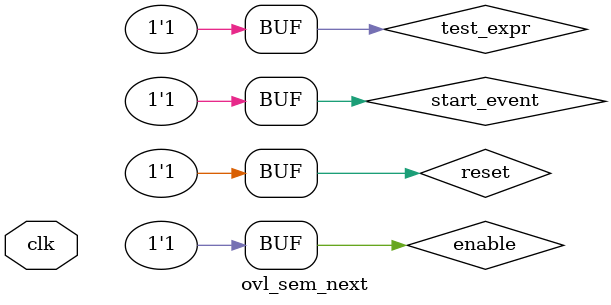
<source format=sv>
module ovl_sem_next(input logic clk);
  logic reset = 1'b1;
  logic enable = 1'b1;
  logic start_event = 1'b1;
`ifdef FAIL
  logic test_expr = 1'b0;
`else
  logic test_expr = 1'b1;
`endif
  ovl_next #(
      .num_cks(1),
      .check_overlapping(1),
      .check_missing_start(0)) dut (
      .clock(clk),
      .reset(reset),
      .enable(enable),
      .start_event(start_event),
      .test_expr(test_expr),
      .fire());
endmodule

</source>
